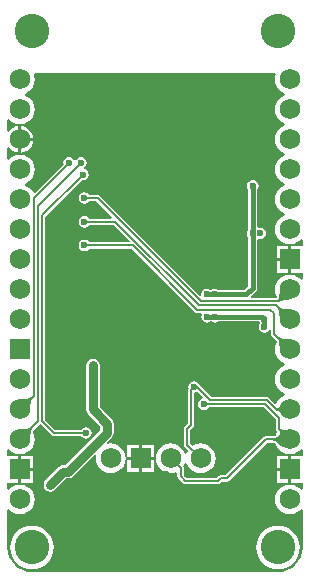
<source format=gbl>
G04 Layer_Physical_Order=2*
G04 Layer_Color=16711680*
%FSLAX25Y25*%
%MOIN*%
G70*
G01*
G75*
%ADD22C,0.01500*%
%ADD24C,0.00700*%
%ADD25C,0.03000*%
%ADD34C,0.06900*%
%ADD35R,0.06900X0.06900*%
%ADD36C,0.11500*%
%ADD37C,0.06900*%
%ADD38R,0.06900X0.06900*%
%ADD39C,0.04724*%
%ADD40O,0.05906X0.07480*%
%ADD41C,0.02362*%
G36*
X82784Y44752D02*
X82708Y44922D01*
X82620Y45075D01*
X82520Y45210D01*
X82408Y45327D01*
X82284Y45425D01*
X82147Y45506D01*
X81998Y45569D01*
X81838Y45614D01*
X81665Y45641D01*
X81480Y45650D01*
Y46350D01*
X81665Y46359D01*
X81838Y46386D01*
X81998Y46431D01*
X82147Y46494D01*
X82284Y46575D01*
X82408Y46674D01*
X82520Y46790D01*
X82620Y46925D01*
X82708Y47078D01*
X82784Y47249D01*
Y44752D01*
D02*
G37*
G36*
X138Y49643D02*
X2Y49478D01*
X-119Y49269D01*
X-225Y49017D01*
X-316Y48722D01*
X-393Y48382D01*
X-454Y48000D01*
X-532Y47104D01*
X-549Y46591D01*
X-550Y46035D01*
X-3965Y49450D01*
X-3409Y49452D01*
X-2000Y49546D01*
X-1618Y49607D01*
X-1278Y49684D01*
X-983Y49775D01*
X-731Y49881D01*
X-522Y50002D01*
X-357Y50138D01*
X138Y49643D01*
D02*
G37*
G36*
X82522Y70002D02*
X82731Y69881D01*
X82983Y69775D01*
X83279Y69684D01*
X83618Y69607D01*
X84000Y69546D01*
X84896Y69468D01*
X85409Y69451D01*
X85966Y69450D01*
X82550Y66035D01*
X82548Y66591D01*
X82454Y68000D01*
X82393Y68382D01*
X82316Y68721D01*
X82225Y69017D01*
X82119Y69269D01*
X81998Y69478D01*
X81862Y69643D01*
X82357Y70138D01*
X82522Y70002D01*
D02*
G37*
G36*
X82918Y39597D02*
X83104Y39470D01*
X83305Y39369D01*
X83521Y39291D01*
X83752Y39238D01*
X83998Y39209D01*
X84260Y39205D01*
X84536Y39226D01*
X84828Y39270D01*
X85135Y39340D01*
X83536Y37741D01*
Y33585D01*
X83141Y33977D01*
X82078Y34907D01*
X81765Y35134D01*
X81471Y35320D01*
X81197Y35464D01*
X80944Y35567D01*
X80711Y35629D01*
X80498Y35650D01*
Y36350D01*
X80711Y36371D01*
X80944Y36433D01*
X81197Y36536D01*
X81471Y36680D01*
X81765Y36866D01*
X82078Y37093D01*
X82767Y37672D01*
X82791Y37694D01*
X82795Y37740D01*
X82790Y38002D01*
X82762Y38248D01*
X82709Y38479D01*
X82631Y38695D01*
X82530Y38896D01*
X82403Y39082D01*
X82253Y39252D01*
X82748Y39748D01*
X82918Y39597D01*
D02*
G37*
G36*
X138Y39643D02*
X2Y39478D01*
X-119Y39269D01*
X-225Y39017D01*
X-316Y38721D01*
X-393Y38382D01*
X-454Y38000D01*
X-532Y37104D01*
X-549Y36591D01*
X-550Y36035D01*
X-3965Y39450D01*
X-3409Y39452D01*
X-2000Y39546D01*
X-1618Y39607D01*
X-1278Y39684D01*
X-983Y39775D01*
X-731Y39881D01*
X-522Y40002D01*
X-357Y40138D01*
X138Y39643D01*
D02*
G37*
G36*
X57009Y50077D02*
X56844Y49535D01*
X56529Y49472D01*
X55906Y49056D01*
X55491Y48434D01*
X55345Y47700D01*
X55491Y46966D01*
X55906Y46344D01*
X56529Y45928D01*
X57263Y45782D01*
X57997Y45928D01*
X58619Y46344D01*
X58877Y46729D01*
X77257D01*
X81429Y42557D01*
Y39500D01*
X81511Y39090D01*
X81714Y38787D01*
X81718Y38780D01*
X81720Y38777D01*
X81743Y38743D01*
X81806Y38680D01*
X81812Y38673D01*
X81676Y38496D01*
X81204Y37356D01*
X81113Y37298D01*
X80895Y37183D01*
X80717Y37111D01*
X80584Y37075D01*
X80534Y37071D01*
X77900D01*
X77900Y37071D01*
X77490Y36989D01*
X77143Y36757D01*
X77143Y36757D01*
X64457Y24071D01*
X62855D01*
X62446Y23989D01*
X62098Y23757D01*
X61581Y23239D01*
X51519D01*
X50639Y24119D01*
Y26331D01*
X50558Y26741D01*
X50377Y27012D01*
X50524Y27204D01*
X50929Y28183D01*
X51471D01*
X51876Y27204D01*
X52670Y26170D01*
X53704Y25376D01*
X54908Y24877D01*
X56200Y24707D01*
X57492Y24877D01*
X58696Y25376D01*
X59730Y26170D01*
X60524Y27204D01*
X61023Y28408D01*
X61193Y29700D01*
X61023Y30992D01*
X60524Y32196D01*
X59730Y33230D01*
X58696Y34024D01*
X57492Y34523D01*
X56200Y34693D01*
X54908Y34523D01*
X53704Y34024D01*
X53526Y33888D01*
X52839Y34574D01*
Y39188D01*
X53857Y40205D01*
X54089Y40552D01*
X54171Y40962D01*
Y51596D01*
X54834Y51728D01*
X55148Y51938D01*
X57009Y50077D01*
D02*
G37*
G36*
X82522Y80002D02*
X82731Y79881D01*
X82983Y79775D01*
X83279Y79684D01*
X83618Y79607D01*
X84000Y79546D01*
X84896Y79468D01*
X85409Y79452D01*
X85966Y79450D01*
X82550Y76034D01*
X82548Y76591D01*
X82454Y78000D01*
X82393Y78382D01*
X82316Y78721D01*
X82225Y79017D01*
X82119Y79269D01*
X81998Y79478D01*
X81862Y79643D01*
X82357Y80138D01*
X82522Y80002D01*
D02*
G37*
G36*
X81423Y157884D02*
X81177Y157292D01*
X81007Y156000D01*
X81177Y154708D01*
X81676Y153504D01*
X82470Y152470D01*
X83504Y151676D01*
X84483Y151271D01*
Y150729D01*
X83504Y150324D01*
X82470Y149530D01*
X81676Y148496D01*
X81177Y147292D01*
X81007Y146000D01*
X81177Y144708D01*
X81676Y143504D01*
X82470Y142470D01*
X83504Y141676D01*
X84483Y141271D01*
Y140729D01*
X83504Y140324D01*
X82470Y139530D01*
X81676Y138496D01*
X81177Y137292D01*
X81007Y136000D01*
X81177Y134708D01*
X81676Y133504D01*
X82470Y132470D01*
X83504Y131676D01*
X84483Y131271D01*
Y130729D01*
X83504Y130324D01*
X82470Y129530D01*
X81676Y128496D01*
X81177Y127292D01*
X81007Y126000D01*
X81177Y124708D01*
X81676Y123504D01*
X82470Y122470D01*
X83504Y121676D01*
X84483Y121271D01*
Y120729D01*
X83504Y120324D01*
X82470Y119530D01*
X81676Y118496D01*
X81177Y117292D01*
X81007Y116000D01*
X81177Y114708D01*
X81676Y113504D01*
X82470Y112470D01*
X83504Y111676D01*
X84483Y111271D01*
Y110729D01*
X83504Y110324D01*
X82470Y109530D01*
X81676Y108496D01*
X81177Y107292D01*
X81007Y106000D01*
X81177Y104708D01*
X81676Y103504D01*
X82470Y102470D01*
X83504Y101676D01*
X84708Y101177D01*
X86000Y101007D01*
X87292Y101177D01*
X88496Y101676D01*
X89530Y102470D01*
X89711Y102705D01*
X90184Y102544D01*
Y100450D01*
X86500D01*
Y96000D01*
Y91550D01*
X90184D01*
Y89456D01*
X89711Y89295D01*
X89530Y89530D01*
X88496Y90324D01*
X87292Y90823D01*
X86000Y90993D01*
X84708Y90823D01*
X83504Y90324D01*
X82470Y89530D01*
X81676Y88496D01*
X81177Y87292D01*
X81007Y86000D01*
X81177Y84708D01*
X81623Y83633D01*
X81391Y83171D01*
X73068D01*
X72861Y83671D01*
X74645Y85455D01*
X74966Y85934D01*
X75078Y86500D01*
Y102565D01*
X75578Y102886D01*
X76100Y102782D01*
X76834Y102928D01*
X77456Y103344D01*
X77872Y103966D01*
X78018Y104700D01*
X77872Y105434D01*
X77456Y106056D01*
X76834Y106472D01*
X76100Y106618D01*
X75578Y106514D01*
X75078Y106835D01*
Y119427D01*
X75372Y119866D01*
X75518Y120600D01*
X75372Y121334D01*
X74956Y121956D01*
X74334Y122372D01*
X73600Y122518D01*
X72866Y122372D01*
X72244Y121956D01*
X71828Y121334D01*
X71682Y120600D01*
X71828Y119866D01*
X72122Y119427D01*
Y105873D01*
X71828Y105434D01*
X71682Y104700D01*
X71828Y103966D01*
X72122Y103527D01*
Y87112D01*
X70888Y85878D01*
X62173D01*
X61734Y86172D01*
X61000Y86318D01*
X60266Y86172D01*
X59827Y85878D01*
X59473D01*
X59034Y86172D01*
X58300Y86318D01*
X57566Y86172D01*
X56944Y85756D01*
X56528Y85134D01*
X56382Y84400D01*
X56447Y84074D01*
X55986Y83828D01*
X22611Y117203D01*
X22263Y117436D01*
X21854Y117517D01*
X19047D01*
X18856Y117803D01*
X18234Y118218D01*
X17500Y118364D01*
X16766Y118218D01*
X16144Y117803D01*
X15728Y117180D01*
X15582Y116446D01*
X15728Y115712D01*
X16144Y115090D01*
X16766Y114674D01*
X17500Y114529D01*
X18234Y114674D01*
X18856Y115090D01*
X19047Y115376D01*
X21410D01*
X26681Y110105D01*
X26490Y109643D01*
X19047D01*
X18856Y109929D01*
X18234Y110344D01*
X17500Y110490D01*
X16766Y110344D01*
X16144Y109929D01*
X15728Y109306D01*
X15582Y108572D01*
X15728Y107838D01*
X16144Y107216D01*
X16766Y106800D01*
X17500Y106655D01*
X18234Y106800D01*
X18856Y107216D01*
X19047Y107502D01*
X27304D01*
X32575Y102231D01*
X32384Y101769D01*
X19047D01*
X18856Y102055D01*
X18234Y102470D01*
X17500Y102616D01*
X16766Y102470D01*
X16144Y102055D01*
X15728Y101432D01*
X15582Y100698D01*
X15728Y99964D01*
X16144Y99342D01*
X16766Y98927D01*
X17500Y98781D01*
X18234Y98927D01*
X18856Y99342D01*
X19047Y99628D01*
X33158D01*
X54243Y78543D01*
X54243Y78543D01*
X54590Y78311D01*
X55000Y78229D01*
X55000Y78229D01*
X56396D01*
X56631Y77789D01*
X56528Y77634D01*
X56382Y76900D01*
X56528Y76166D01*
X56944Y75544D01*
X57566Y75128D01*
X58300Y74982D01*
X59034Y75128D01*
X59473Y75422D01*
X59827D01*
X60266Y75128D01*
X61000Y74982D01*
X61734Y75128D01*
X62173Y75422D01*
X75758D01*
X76022Y75027D01*
Y74673D01*
X75728Y74234D01*
X75582Y73500D01*
X75728Y72766D01*
X76144Y72144D01*
X76766Y71728D01*
X77500Y71582D01*
X78234Y71728D01*
X78856Y72144D01*
X79129Y72553D01*
X79629Y72401D01*
Y71300D01*
X79711Y70890D01*
X79943Y70543D01*
X81378Y69108D01*
X81410Y69069D01*
X81479Y68950D01*
X81554Y68773D01*
X81626Y68538D01*
X81650Y68432D01*
X81177Y67292D01*
X81007Y66000D01*
X81177Y64708D01*
X81676Y63504D01*
X82470Y62470D01*
X83504Y61676D01*
X84483Y61271D01*
Y60729D01*
X83504Y60324D01*
X82470Y59530D01*
X81676Y58496D01*
X81177Y57292D01*
X81007Y56000D01*
X81177Y54708D01*
X81676Y53504D01*
X82470Y52470D01*
X83504Y51676D01*
X84483Y51271D01*
Y50729D01*
X83504Y50324D01*
X82470Y49530D01*
X81676Y48496D01*
X81503Y48079D01*
X81013Y47981D01*
X79037Y49957D01*
X78690Y50189D01*
X78280Y50271D01*
X59843D01*
X55857Y54257D01*
X55856Y54258D01*
X55456Y54856D01*
X54834Y55272D01*
X54100Y55418D01*
X53366Y55272D01*
X52744Y54856D01*
X52328Y54234D01*
X52182Y53500D01*
X52256Y53127D01*
X52111Y52910D01*
X52029Y52500D01*
Y41406D01*
X51012Y40388D01*
X50780Y40041D01*
X50698Y39631D01*
Y34131D01*
X50780Y33721D01*
X51012Y33374D01*
X52012Y32374D01*
X51876Y32196D01*
X51471Y31217D01*
X50929D01*
X50524Y32196D01*
X49730Y33230D01*
X48696Y34024D01*
X47492Y34523D01*
X46200Y34693D01*
X44908Y34523D01*
X43704Y34024D01*
X42670Y33230D01*
X41876Y32196D01*
X41377Y30992D01*
X41207Y29700D01*
X41377Y28408D01*
X41876Y27204D01*
X42670Y26170D01*
X43704Y25376D01*
X44908Y24877D01*
X46200Y24707D01*
X47492Y24877D01*
X48083Y25122D01*
X48498Y24844D01*
Y23676D01*
X48580Y23266D01*
X48812Y22919D01*
X50319Y21412D01*
X50666Y21180D01*
X51076Y21098D01*
X62024D01*
X62434Y21180D01*
X62781Y21412D01*
X63299Y21929D01*
X64900D01*
X65310Y22011D01*
X65657Y22243D01*
X78343Y34929D01*
X80534D01*
X80584Y34925D01*
X80717Y34889D01*
X80895Y34817D01*
X81113Y34702D01*
X81204Y34644D01*
X81676Y33504D01*
X82470Y32470D01*
X83504Y31676D01*
X84708Y31177D01*
X86000Y31007D01*
X87292Y31177D01*
X88496Y31676D01*
X89530Y32470D01*
X89711Y32705D01*
X90184Y32544D01*
Y30450D01*
X86500D01*
Y26000D01*
Y21550D01*
X90184D01*
Y19456D01*
X89711Y19295D01*
X89530Y19530D01*
X88496Y20324D01*
X87292Y20823D01*
X86000Y20993D01*
X84708Y20823D01*
X83504Y20324D01*
X82470Y19530D01*
X81676Y18496D01*
X81177Y17292D01*
X81007Y16000D01*
X81177Y14708D01*
X81676Y13504D01*
X82470Y12470D01*
X83504Y11676D01*
X84708Y11177D01*
X86000Y11007D01*
X87292Y11177D01*
X88496Y11676D01*
X89530Y12470D01*
X89711Y12705D01*
X90184Y12544D01*
Y0D01*
X90188Y-17D01*
X90032Y-1598D01*
X89566Y-3134D01*
X88809Y-4550D01*
X87791Y-5791D01*
X86550Y-6809D01*
X85134Y-7566D01*
X83598Y-8032D01*
X82017Y-8188D01*
X82000Y-8184D01*
X0D01*
X-17Y-8188D01*
X-1598Y-8032D01*
X-3134Y-7566D01*
X-4550Y-6809D01*
X-5791Y-5791D01*
X-6809Y-4550D01*
X-7566Y-3134D01*
X-8032Y-1598D01*
X-8188Y-17D01*
X-8184Y0D01*
Y12544D01*
X-7711Y12705D01*
X-7530Y12470D01*
X-6496Y11676D01*
X-5292Y11177D01*
X-4000Y11007D01*
X-2708Y11177D01*
X-1504Y11676D01*
X-470Y12470D01*
X324Y13504D01*
X823Y14708D01*
X993Y16000D01*
X823Y17292D01*
X324Y18496D01*
X-470Y19530D01*
X-1504Y20324D01*
X-2708Y20823D01*
X-4000Y20993D01*
X-5292Y20823D01*
X-6496Y20324D01*
X-7530Y19530D01*
X-7711Y19295D01*
X-8184Y19456D01*
Y21550D01*
X-4500D01*
Y26000D01*
Y30450D01*
X-8184D01*
Y32544D01*
X-7711Y32705D01*
X-7530Y32470D01*
X-6496Y31676D01*
X-5292Y31177D01*
X-4000Y31007D01*
X-2708Y31177D01*
X-1504Y31676D01*
X-470Y32470D01*
X324Y33504D01*
X823Y34708D01*
X993Y36000D01*
X823Y37292D01*
X350Y38432D01*
X374Y38538D01*
X446Y38773D01*
X521Y38950D01*
X590Y39069D01*
X622Y39108D01*
X2750Y41236D01*
X6543Y37443D01*
X6890Y37211D01*
X7300Y37129D01*
X16453D01*
X16644Y36844D01*
X17266Y36428D01*
X18000Y36282D01*
X18734Y36428D01*
X19356Y36844D01*
X19772Y37466D01*
X19918Y38200D01*
X19772Y38934D01*
X19356Y39556D01*
X18734Y39972D01*
X18000Y40118D01*
X17266Y39972D01*
X16644Y39556D01*
X16453Y39271D01*
X7743D01*
X4471Y42544D01*
Y110277D01*
X16663Y122469D01*
X17000Y122403D01*
X17734Y122548D01*
X18356Y122964D01*
X18772Y123586D01*
X18918Y124320D01*
X18772Y125054D01*
X18356Y125677D01*
X17734Y126092D01*
X17482Y126143D01*
X17376Y126673D01*
X17706Y126894D01*
X18122Y127516D01*
X18268Y128250D01*
X18122Y128984D01*
X17706Y129606D01*
X17084Y130022D01*
X16350Y130168D01*
X15616Y130022D01*
X14994Y129606D01*
X14666Y129115D01*
X14453Y129080D01*
X14208Y129093D01*
X14114Y129121D01*
X13756Y129656D01*
X13134Y130072D01*
X12400Y130218D01*
X11666Y130072D01*
X11044Y129656D01*
X10628Y129034D01*
X10482Y128300D01*
X10549Y127963D01*
X864Y118278D01*
X374Y118376D01*
X324Y118496D01*
X-470Y119530D01*
X-1504Y120324D01*
X-2483Y120729D01*
Y121271D01*
X-1504Y121676D01*
X-470Y122470D01*
X324Y123504D01*
X823Y124708D01*
X993Y126000D01*
X823Y127292D01*
X324Y128496D01*
X-470Y129530D01*
X-1504Y130324D01*
X-2708Y130823D01*
X-4000Y130993D01*
X-5292Y130823D01*
X-6496Y130324D01*
X-7530Y129530D01*
X-7711Y129295D01*
X-8184Y129456D01*
Y133322D01*
X-7684Y133492D01*
X-7174Y132826D01*
X-6244Y132113D01*
X-5162Y131665D01*
X-4500Y131577D01*
Y136000D01*
Y140423D01*
X-5162Y140336D01*
X-6244Y139887D01*
X-7174Y139174D01*
X-7684Y138508D01*
X-8184Y138678D01*
Y142544D01*
X-7711Y142705D01*
X-7530Y142470D01*
X-6496Y141676D01*
X-5292Y141177D01*
X-4000Y141007D01*
X-2708Y141177D01*
X-1504Y141676D01*
X-470Y142470D01*
X324Y143504D01*
X823Y144708D01*
X993Y146000D01*
X823Y147292D01*
X324Y148496D01*
X-470Y149530D01*
X-1504Y150324D01*
X-2483Y150729D01*
Y151271D01*
X-1504Y151676D01*
X-470Y152470D01*
X324Y153504D01*
X823Y154708D01*
X993Y156000D01*
X823Y157292D01*
X577Y157884D01*
X855Y158300D01*
X81145D01*
X81423Y157884D01*
D02*
G37*
G36*
X85958Y82550D02*
X85404Y82550D01*
X84000Y82457D01*
X83619Y82396D01*
X83280Y82319D01*
X82985Y82228D01*
X82732Y82121D01*
X82523Y81999D01*
X82357Y81862D01*
X81862Y82357D01*
X81999Y82523D01*
X82121Y82732D01*
X82228Y82985D01*
X82319Y83280D01*
X82396Y83619D01*
X82457Y84000D01*
X82534Y84893D01*
X82550Y85404D01*
X82550Y85958D01*
X85958Y82550D01*
D02*
G37*
%LPC*%
G36*
X20281Y62983D02*
X19423Y62812D01*
X18695Y62326D01*
X18209Y61598D01*
X18038Y60739D01*
Y58181D01*
Y46019D01*
X18209Y45160D01*
X18695Y44433D01*
X22757Y40371D01*
Y39229D01*
X11083Y27556D01*
X10513D01*
X9654Y27385D01*
X8926Y26899D01*
X4514Y22486D01*
X4028Y21758D01*
X3857Y20900D01*
X4028Y20042D01*
X4514Y19314D01*
X5242Y18828D01*
X6100Y18657D01*
X6958Y18828D01*
X7686Y19314D01*
X11442Y23069D01*
X12013D01*
X12871Y23240D01*
X13599Y23726D01*
X20874Y31002D01*
X21348Y30769D01*
X21207Y29700D01*
X21377Y28408D01*
X21876Y27204D01*
X22670Y26170D01*
X23704Y25376D01*
X24908Y24877D01*
X26200Y24707D01*
X27492Y24877D01*
X28696Y25376D01*
X29730Y26170D01*
X30524Y27204D01*
X31023Y28408D01*
X31193Y29700D01*
X31023Y30992D01*
X30524Y32196D01*
X29730Y33230D01*
X28696Y34024D01*
X27492Y34523D01*
X26200Y34693D01*
X25131Y34552D01*
X24898Y35026D01*
X26586Y36714D01*
X27072Y37442D01*
X27243Y38300D01*
Y41300D01*
X27072Y42158D01*
X26586Y42886D01*
X22524Y46948D01*
Y58181D01*
Y60739D01*
X22354Y61598D01*
X21867Y62326D01*
X21139Y62812D01*
X20281Y62983D01*
D02*
G37*
G36*
X40650Y29200D02*
X36700D01*
Y25250D01*
X40650D01*
Y29200D01*
D02*
G37*
G36*
X35700D02*
X31750D01*
Y25250D01*
X35700D01*
Y29200D01*
D02*
G37*
G36*
X82000Y7285D02*
X80579Y7145D01*
X79212Y6730D01*
X77953Y6057D01*
X76849Y5151D01*
X75943Y4047D01*
X75270Y2788D01*
X74855Y1421D01*
X74715Y0D01*
X74855Y-1421D01*
X75270Y-2788D01*
X75943Y-4047D01*
X76849Y-5151D01*
X77953Y-6057D01*
X79212Y-6730D01*
X80579Y-7145D01*
X82000Y-7285D01*
X83421Y-7145D01*
X84788Y-6730D01*
X86047Y-6057D01*
X87151Y-5151D01*
X88057Y-4047D01*
X88731Y-2788D01*
X89145Y-1421D01*
X89285Y0D01*
X89145Y1421D01*
X88731Y2788D01*
X88057Y4047D01*
X87151Y5151D01*
X86047Y6057D01*
X84788Y6730D01*
X83421Y7145D01*
X82000Y7285D01*
D02*
G37*
G36*
X0D02*
X-1421Y7145D01*
X-2788Y6730D01*
X-4047Y6057D01*
X-5151Y5151D01*
X-6057Y4047D01*
X-6730Y2788D01*
X-7145Y1421D01*
X-7285Y0D01*
X-7145Y-1421D01*
X-6730Y-2788D01*
X-6057Y-4047D01*
X-5151Y-5151D01*
X-4047Y-6057D01*
X-2788Y-6730D01*
X-1421Y-7145D01*
X0Y-7285D01*
X1421Y-7145D01*
X2788Y-6730D01*
X4047Y-6057D01*
X5151Y-5151D01*
X6057Y-4047D01*
X6730Y-2788D01*
X7145Y-1421D01*
X7285Y0D01*
X7145Y1421D01*
X6730Y2788D01*
X6057Y4047D01*
X5151Y5151D01*
X4047Y6057D01*
X2788Y6730D01*
X1421Y7145D01*
X0Y7285D01*
D02*
G37*
G36*
X85500Y25500D02*
X81550D01*
Y21550D01*
X85500D01*
Y25500D01*
D02*
G37*
G36*
X450D02*
X-3500D01*
Y21550D01*
X450D01*
Y25500D01*
D02*
G37*
G36*
Y30450D02*
X-3500D01*
Y26500D01*
X450D01*
Y30450D01*
D02*
G37*
G36*
X423Y135500D02*
X-3500D01*
Y131577D01*
X-2838Y131665D01*
X-1756Y132113D01*
X-826Y132826D01*
X-113Y133756D01*
X335Y134838D01*
X423Y135500D01*
D02*
G37*
G36*
X85500Y100450D02*
X81550D01*
Y96500D01*
X85500D01*
Y100450D01*
D02*
G37*
G36*
Y95500D02*
X81550D01*
Y91550D01*
X85500D01*
Y95500D01*
D02*
G37*
G36*
X-3500Y140423D02*
Y136500D01*
X423D01*
X335Y137162D01*
X-113Y138244D01*
X-826Y139174D01*
X-1756Y139887D01*
X-2838Y140336D01*
X-3500Y140423D01*
D02*
G37*
G36*
X85500Y30450D02*
X81550D01*
Y26500D01*
X85500D01*
Y30450D01*
D02*
G37*
G36*
X35700Y34150D02*
X31750D01*
Y30200D01*
X35700D01*
Y34150D01*
D02*
G37*
G36*
X40650D02*
X36700D01*
Y30200D01*
X40650D01*
Y34150D01*
D02*
G37*
%LPD*%
D22*
X73600Y104700D02*
Y120600D01*
X58300Y84400D02*
X61000D01*
X58300Y76900D02*
X61000D01*
X76800D01*
X77500Y76200D01*
Y73500D02*
Y76200D01*
X73600Y86500D02*
Y104700D01*
X71500Y84400D02*
X73600Y86500D01*
X61000Y84400D02*
X71500D01*
D24*
X77900Y36000D02*
X86000D01*
X64900Y23000D02*
X77900Y36000D01*
X62855Y23000D02*
X64900D01*
X62024Y22169D02*
X62855Y23000D01*
X51076Y22169D02*
X62024D01*
X49569Y23676D02*
X51076Y22169D01*
X49569Y23676D02*
Y26331D01*
X46200Y29700D02*
X49569Y26331D01*
X53100Y52500D02*
X54100Y53500D01*
X53100Y40962D02*
Y52500D01*
X51769Y39631D02*
X53100Y40962D01*
X51769Y34131D02*
Y39631D01*
Y34131D02*
X56200Y29700D01*
X-4000Y36000D02*
X2000Y42000D01*
X-4000Y46000D02*
X600Y50600D01*
Y116500D01*
X12400Y128300D01*
X2000Y42000D02*
Y113900D01*
X16350Y128250D01*
X3400Y110721D02*
X17000Y124320D01*
X3400Y42100D02*
Y110721D01*
Y42100D02*
X7300Y38200D01*
X18000D01*
X54100Y53500D02*
X55100D01*
X59400Y49200D01*
X82100Y82100D02*
X86000Y86000D01*
X81300Y80700D02*
X86000Y76000D01*
X17500Y100698D02*
X33602D01*
X17500Y108572D02*
X27748D01*
X17500Y116446D02*
X21854D01*
X33602Y100698D02*
X55000Y79300D01*
X27748Y108572D02*
X55620Y80700D01*
X21854Y116446D02*
X56200Y82100D01*
X55620Y80700D02*
X81300D01*
X56200Y82100D02*
X82100D01*
X82500Y39500D02*
X86000Y36000D01*
X57300Y47800D02*
X77700D01*
X82500Y43000D01*
Y39500D02*
Y43000D01*
X78280Y49200D02*
X81480Y46000D01*
X86000D01*
X59400Y49200D02*
X78280D01*
X80700Y71300D02*
Y78100D01*
X79500Y79300D02*
X80700Y78100D01*
Y71300D02*
X86000Y66000D01*
X55000Y79300D02*
X79500D01*
D25*
X25000Y38300D02*
Y41300D01*
X12013Y25313D02*
X25000Y38300D01*
X10513Y25313D02*
X12013D01*
X20281Y58181D02*
Y60739D01*
Y46019D02*
Y58181D01*
Y46019D02*
X25000Y41300D01*
X6100Y20900D02*
X10513Y25313D01*
D34*
X56200Y29700D02*
D03*
X46200D02*
D03*
X26200D02*
D03*
D35*
X36200D02*
D03*
D36*
X82000Y172000D02*
D03*
X0D02*
D03*
Y0D02*
D03*
X82000D02*
D03*
D37*
X-4000Y16000D02*
D03*
Y56000D02*
D03*
Y46000D02*
D03*
Y36000D02*
D03*
Y76000D02*
D03*
Y86000D02*
D03*
Y96000D02*
D03*
Y156000D02*
D03*
Y146000D02*
D03*
Y136000D02*
D03*
Y126000D02*
D03*
Y116000D02*
D03*
Y106000D02*
D03*
X86000Y16000D02*
D03*
Y56000D02*
D03*
Y46000D02*
D03*
Y36000D02*
D03*
Y66000D02*
D03*
Y76000D02*
D03*
Y86000D02*
D03*
Y156000D02*
D03*
Y146000D02*
D03*
Y136000D02*
D03*
Y126000D02*
D03*
Y116000D02*
D03*
Y106000D02*
D03*
D38*
X-4000Y26000D02*
D03*
Y66000D02*
D03*
X86000Y26000D02*
D03*
Y96000D02*
D03*
D39*
X50550Y9000D02*
D03*
X31450D02*
D03*
D40*
X26700Y-1400D02*
D03*
X55300D02*
D03*
D41*
X35900Y38900D02*
D03*
X77200Y90033D02*
D03*
Y87267D02*
D03*
Y84500D02*
D03*
X20800Y114000D02*
D03*
X23700Y111000D02*
D03*
X70000Y71900D02*
D03*
X67800D02*
D03*
X70000Y74200D02*
D03*
X72300D02*
D03*
X67800D02*
D03*
X48650Y-6400D02*
D03*
X45500D02*
D03*
X42350D02*
D03*
X39200D02*
D03*
X36050D02*
D03*
X32900D02*
D03*
X48650Y-2500D02*
D03*
X45500D02*
D03*
X42350D02*
D03*
X39200D02*
D03*
X36050D02*
D03*
X32900D02*
D03*
Y1400D02*
D03*
X36050D02*
D03*
X39200D02*
D03*
X42350D02*
D03*
X45500D02*
D03*
X48650D02*
D03*
X17500Y108572D02*
D03*
Y100698D02*
D03*
Y116446D02*
D03*
X61000Y84400D02*
D03*
X73600Y104700D02*
D03*
Y120600D02*
D03*
X58300Y84400D02*
D03*
X76100Y104700D02*
D03*
X12400Y128300D02*
D03*
X16350Y128250D02*
D03*
X17000Y124320D02*
D03*
X18000Y38200D02*
D03*
X61000Y76900D02*
D03*
X58300D02*
D03*
X77500Y76200D02*
D03*
Y73500D02*
D03*
X20281Y60739D02*
D03*
Y58181D02*
D03*
X6100Y20900D02*
D03*
X7800Y22600D02*
D03*
X65500Y-1017D02*
D03*
X16500D02*
D03*
X70453Y-5200D02*
D03*
X60547Y-5169D02*
D03*
X11547Y-5139D02*
D03*
X21453Y-5169D02*
D03*
X70900Y88700D02*
D03*
X67800D02*
D03*
X69300Y87100D02*
D03*
X12350Y69200D02*
D03*
X15675D02*
D03*
X19000D02*
D03*
Y65000D02*
D03*
X5700Y60800D02*
D03*
Y65000D02*
D03*
Y69200D02*
D03*
X9025D02*
D03*
X8700Y157200D02*
D03*
X46100Y14000D02*
D03*
X29100Y81300D02*
D03*
X41100D02*
D03*
Y78000D02*
D03*
X43650Y81300D02*
D03*
Y78000D02*
D03*
X46200Y81300D02*
D03*
X29100Y78000D02*
D03*
X46200D02*
D03*
X32400Y98400D02*
D03*
X37000Y93800D02*
D03*
X34700Y96100D02*
D03*
X29700Y103100D02*
D03*
X26600Y106300D02*
D03*
X40100Y129300D02*
D03*
X45100Y134300D02*
D03*
X42600Y131800D02*
D03*
X52600Y141800D02*
D03*
X55100Y144300D02*
D03*
X50100Y139300D02*
D03*
X47600Y136800D02*
D03*
X62600Y151800D02*
D03*
X65100Y154300D02*
D03*
X72600Y157200D02*
D03*
X60100Y149300D02*
D03*
X57600Y146800D02*
D03*
X58800Y141100D02*
D03*
X61300Y143600D02*
D03*
X63800Y146100D02*
D03*
X56300Y138600D02*
D03*
X53800Y136100D02*
D03*
X48800Y131100D02*
D03*
X46300Y128600D02*
D03*
X43800Y126100D02*
D03*
X51300Y133600D02*
D03*
X37500Y121600D02*
D03*
X33200D02*
D03*
X41300Y123600D02*
D03*
X27700Y113800D02*
D03*
X30200Y111300D02*
D03*
X32700Y108800D02*
D03*
X25200Y116300D02*
D03*
X22700Y118800D02*
D03*
X37700Y103800D02*
D03*
X40200Y101300D02*
D03*
X35200Y106300D02*
D03*
X47700Y93800D02*
D03*
X45200Y96300D02*
D03*
X42700Y98800D02*
D03*
X20300Y121600D02*
D03*
X24600D02*
D03*
X28900D02*
D03*
X29000Y126800D02*
D03*
X33300D02*
D03*
X37600D02*
D03*
X24700D02*
D03*
X20300D02*
D03*
Y130700D02*
D03*
Y134600D02*
D03*
Y138500D02*
D03*
Y147100D02*
D03*
Y150200D02*
D03*
Y142400D02*
D03*
X59900Y121200D02*
D03*
Y113400D02*
D03*
Y117300D02*
D03*
Y125100D02*
D03*
Y129000D02*
D03*
Y132900D02*
D03*
Y136800D02*
D03*
Y97800D02*
D03*
Y93900D02*
D03*
Y101700D02*
D03*
Y105600D02*
D03*
Y109500D02*
D03*
X58400Y157200D02*
D03*
X61950D02*
D03*
X69050D02*
D03*
X65500D02*
D03*
X40650D02*
D03*
X47750D02*
D03*
X54850D02*
D03*
X51300D02*
D03*
X76150D02*
D03*
X19350D02*
D03*
X33550D02*
D03*
X26450D02*
D03*
X15800D02*
D03*
X12250D02*
D03*
X33850Y135900D02*
D03*
X44200Y157200D02*
D03*
X37100D02*
D03*
X30000D02*
D03*
X22900D02*
D03*
X80200Y51600D02*
D03*
Y40800D02*
D03*
Y32100D02*
D03*
X47400Y150200D02*
D03*
X33850D02*
D03*
X80200Y20900D02*
D03*
X40900Y143400D02*
D03*
X75300Y17700D02*
D03*
X77800Y15100D02*
D03*
X72700D02*
D03*
X5200Y6680D02*
D03*
X25900Y14667D02*
D03*
Y10833D02*
D03*
X22300Y7000D02*
D03*
Y14667D02*
D03*
X29500D02*
D03*
X22300Y10833D02*
D03*
X48800Y18700D02*
D03*
X61100Y24400D02*
D03*
X57700Y7800D02*
D03*
X55400Y19600D02*
D03*
X41700Y19300D02*
D03*
X55400Y14000D02*
D03*
X51400D02*
D03*
X5200Y15160D02*
D03*
X9500Y10920D02*
D03*
Y15160D02*
D03*
Y6680D02*
D03*
X500Y20400D02*
D03*
X5700Y27000D02*
D03*
X1900Y31100D02*
D03*
X63300Y5800D02*
D03*
X68200D02*
D03*
X15600Y34600D02*
D03*
X33500Y36600D02*
D03*
X4800Y24700D02*
D03*
X400Y10920D02*
D03*
X77800D02*
D03*
X87100Y9200D02*
D03*
X82400Y51000D02*
D03*
X5200Y10920D02*
D03*
X-5900Y8500D02*
D03*
X9500Y2440D02*
D03*
Y-1800D02*
D03*
X72700Y10920D02*
D03*
Y5800D02*
D03*
Y0D02*
D03*
X100Y131000D02*
D03*
X54100Y53500D02*
D03*
X57263Y47700D02*
D03*
X37700Y14800D02*
D03*
X35200Y17300D02*
D03*
X32700Y19800D02*
D03*
X30000Y22200D02*
D03*
X22500Y25100D02*
D03*
X32500Y51300D02*
D03*
X38000Y51200D02*
D03*
X43800Y49700D02*
D03*
X50200Y49600D02*
D03*
X74200Y65700D02*
D03*
X74100Y60900D02*
D03*
Y56400D02*
D03*
X74000Y51500D02*
D03*
X74100Y44400D02*
D03*
X73400Y39500D02*
D03*
X66200Y57300D02*
D03*
X61600Y53400D02*
D03*
X44600Y24600D02*
D03*
X51800D02*
D03*
X66100Y29000D02*
D03*
X12700Y18800D02*
D03*
X42100Y40400D02*
D03*
X62000Y41900D02*
D03*
X24500Y17800D02*
D03*
X54000Y37400D02*
D03*
X60700Y37300D02*
D03*
X55700Y43000D02*
D03*
M02*

</source>
